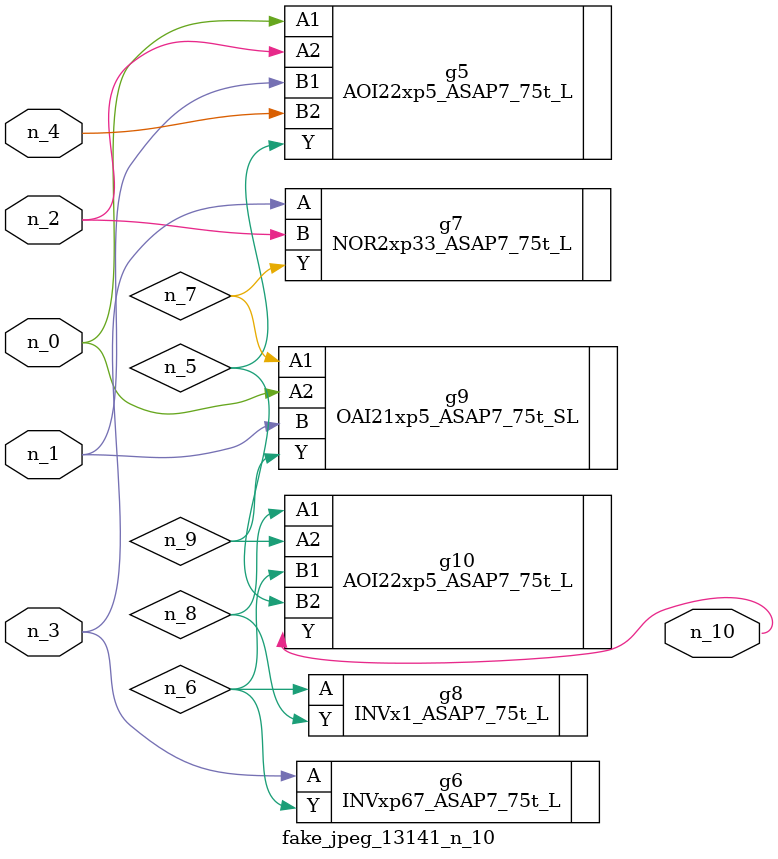
<source format=v>
module fake_jpeg_13141_n_10 (n_3, n_2, n_1, n_0, n_4, n_10);

input n_3;
input n_2;
input n_1;
input n_0;
input n_4;

output n_10;

wire n_8;
wire n_9;
wire n_6;
wire n_5;
wire n_7;

AOI22xp5_ASAP7_75t_L g5 ( 
.A1(n_0),
.A2(n_2),
.B1(n_1),
.B2(n_4),
.Y(n_5)
);

INVxp67_ASAP7_75t_L g6 ( 
.A(n_3),
.Y(n_6)
);

NOR2xp33_ASAP7_75t_L g7 ( 
.A(n_3),
.B(n_2),
.Y(n_7)
);

INVx1_ASAP7_75t_L g8 ( 
.A(n_6),
.Y(n_8)
);

AOI22xp5_ASAP7_75t_L g10 ( 
.A1(n_8),
.A2(n_9),
.B1(n_6),
.B2(n_5),
.Y(n_10)
);

OAI21xp5_ASAP7_75t_SL g9 ( 
.A1(n_7),
.A2(n_0),
.B(n_1),
.Y(n_9)
);


endmodule
</source>
